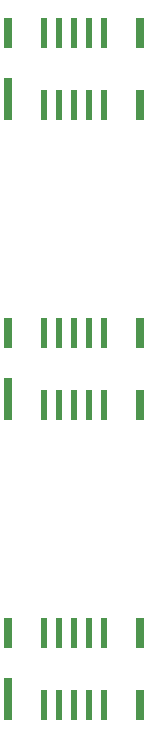
<source format=gtp>
G75*
%MOIN*%
%OFA0B0*%
%FSLAX25Y25*%
%IPPOS*%
%LPD*%
%AMOC8*
5,1,8,0,0,1.08239X$1,22.5*
%
%ADD10R,0.01969X0.10236*%
%ADD11R,0.02756X0.10236*%
%ADD12R,0.02756X0.14173*%
D10*
X0309835Y0050240D03*
X0314835Y0050240D03*
X0319835Y0050240D03*
X0324835Y0050240D03*
X0329835Y0050240D03*
X0329835Y0074256D03*
X0324835Y0074256D03*
X0319835Y0074256D03*
X0314835Y0074256D03*
X0309835Y0074256D03*
X0309835Y0150240D03*
X0314835Y0150240D03*
X0319835Y0150240D03*
X0324835Y0150240D03*
X0329835Y0150240D03*
X0329835Y0174256D03*
X0324835Y0174256D03*
X0319835Y0174256D03*
X0314835Y0174256D03*
X0309835Y0174256D03*
X0309835Y0250240D03*
X0314835Y0250240D03*
X0319835Y0250240D03*
X0324835Y0250240D03*
X0329835Y0250240D03*
X0329835Y0274256D03*
X0324835Y0274256D03*
X0319835Y0274256D03*
X0314835Y0274256D03*
X0309835Y0274256D03*
D11*
X0297787Y0274256D03*
X0341882Y0274256D03*
X0341882Y0250240D03*
X0341882Y0174256D03*
X0341882Y0150240D03*
X0297787Y0174256D03*
X0297787Y0074256D03*
X0341882Y0074256D03*
X0341882Y0050240D03*
D12*
X0297787Y0052209D03*
X0297787Y0152209D03*
X0297787Y0252209D03*
M02*

</source>
